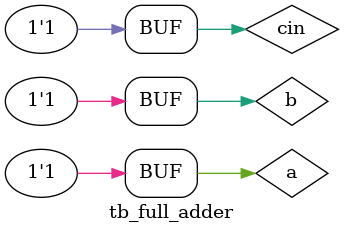
<source format=v>
`timescale 1ps/1ps
module tb_full_adder;
  reg a, b, cin;
  wire sum, cout;
 
full_adder uut(a,b,cin,sum,cout);
  
  initial begin

    a = 0; b = 0; cin = 0; #10
    a = 0; b = 0; cin = 1; #10
    a = 0; b = 1; cin = 0; #10
    a = 0; b = 1; cin = 1; #10
    a = 1; b = 0; cin = 0; #10
    a = 1; b = 0; cin = 1; #10
    a = 1; b = 1; cin = 0; #10
    a = 1; b = 1; cin = 1; 
  end
endmodule
</source>
